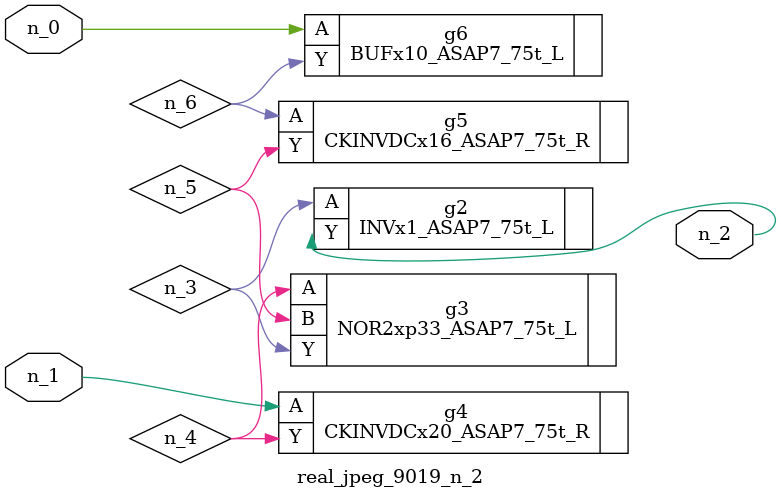
<source format=v>
module real_jpeg_9019_n_2 (n_1, n_0, n_2);

input n_1;
input n_0;

output n_2;

wire n_5;
wire n_4;
wire n_6;
wire n_3;

BUFx10_ASAP7_75t_L g6 ( 
.A(n_0),
.Y(n_6)
);

CKINVDCx20_ASAP7_75t_R g4 ( 
.A(n_1),
.Y(n_4)
);

INVx1_ASAP7_75t_L g2 ( 
.A(n_3),
.Y(n_2)
);

NOR2xp33_ASAP7_75t_L g3 ( 
.A(n_4),
.B(n_5),
.Y(n_3)
);

CKINVDCx16_ASAP7_75t_R g5 ( 
.A(n_6),
.Y(n_5)
);


endmodule
</source>
